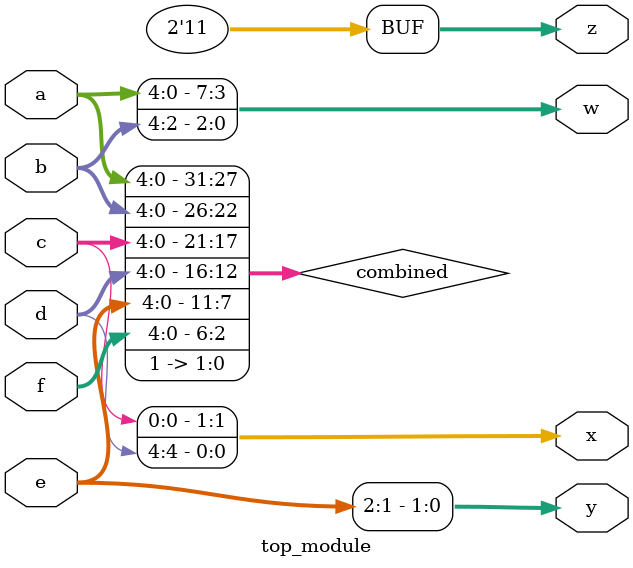
<source format=sv>
module top_module (
    input [4:0] a,
    input [4:0] b,
    input [4:0] c,
    input [4:0] d,
    input [4:0] e,
    input [4:0] f,
    output [7:0] w,
    output [7:8] x,
    output [7:8] y,
    output [7:8] z
);
    // Concatenate the input vectors and add two '1' bits at the LSB positions
    wire [31:0] combined = {a, b, c, d, e, f, 2'b11};

    // Split the combined vector into output vectors
    assign w = combined[31:24];
    assign x = combined[23:16];
    assign y = combined[15:8];
    assign z = combined[7:0];
endmodule

</source>
